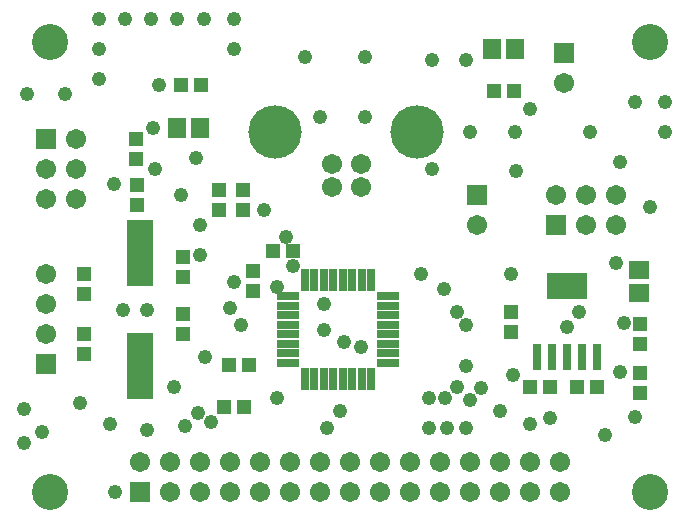
<source format=gbr>
G04 DipTrace 2.1.9.5*
%INTopMask.gbr*%
%MOIN*%
%ADD32C,0.12*%
%ADD36C,0.048*%
%ADD38R,0.0592X0.0671*%
%ADD40R,0.0671X0.0592*%
%ADD42R,0.134X0.0867*%
%ADD44R,0.0316X0.0867*%
%ADD46R,0.0671X0.0671*%
%ADD48C,0.0671*%
%ADD50C,0.178*%
%ADD52R,0.0867X0.2245*%
%ADD54R,0.0749X0.0277*%
%ADD56R,0.0277X0.0749*%
%ADD58R,0.0513X0.0474*%
%ADD60R,0.0474X0.0513*%
%FSLAX44Y44*%
%SFA1B1*%
%OFA0B0*%
G04*
G70*
G90*
G75*
G01*
%LNTopMask*%
%LPD*%
D36*
X11564Y12441D3*
X20990Y16128D3*
X22126Y7879D3*
X13002Y8566D3*
X11817Y11001D3*
X18064Y8566D3*
X18626D3*
X6440Y8379D3*
X19001Y8941D3*
X19314Y9629D3*
X8691Y7504D3*
X15814Y10254D3*
X15251Y10441D3*
X9565Y8941D3*
X19001Y11441D3*
X9940Y7628D3*
X19314Y11003D3*
X10377Y8067D3*
X15127Y8128D3*
X20440D3*
X13002Y12253D3*
X20876Y9316D3*
X19815Y8878D3*
X19440Y8503D3*
X8940Y16190D3*
X21438Y18190D3*
X23940Y7315D3*
X13558Y12948D3*
X7565Y15690D3*
X9065Y19003D3*
X8877Y17565D3*
X13940Y19940D3*
X15940D3*
X14440Y17940D3*
X15940D3*
X19440Y17440D3*
X20940D3*
X23440D3*
X24440Y16440D3*
X24940Y18440D3*
X25940D3*
Y17440D3*
X25440Y14940D3*
X24940Y7940D3*
X18065Y7565D3*
X18690D3*
X19315D3*
X14690D3*
X7440Y7690D3*
X4565Y8190D3*
Y7065D3*
X5190Y7440D3*
X10440Y14315D3*
Y13315D3*
X9815Y15315D3*
X10315Y16565D3*
X12565Y14815D3*
X11440Y11565D3*
X14565Y11690D3*
Y10815D3*
X17815Y12690D3*
X18565Y12190D3*
X18190Y19815D3*
X19315D3*
X7065Y21190D3*
X7940D3*
X8815D3*
X9690D3*
X10565D3*
X11565D3*
X7065Y20190D3*
Y19190D3*
X5940Y18690D3*
X4690D3*
X11565Y20190D3*
X18190Y16190D3*
X20815Y12690D3*
X23065Y11440D3*
X22690Y10940D3*
X24315Y13065D3*
X21440Y7690D3*
X13315Y13940D3*
X24565Y11065D3*
X24440Y9440D3*
X10814Y7754D3*
X7627Y5440D3*
X7877Y11503D3*
X8690D3*
X10627Y9941D3*
D60*
X9877Y13253D3*
Y12584D3*
Y10691D3*
Y11360D3*
D58*
X13558Y13446D3*
X12889D3*
D60*
X12224Y12111D3*
Y12780D3*
X8355Y15650D3*
Y14980D3*
X11877Y14815D3*
Y15484D3*
X11065Y14815D3*
Y15484D3*
D56*
X13940Y9190D3*
X14255D3*
X14570D3*
X14885D3*
X15200D3*
X15515D3*
X15830D3*
X16145D3*
D54*
X16696Y9741D3*
Y10056D3*
Y10371D3*
Y10686D3*
Y11001D3*
Y11316D3*
Y11631D3*
Y11946D3*
D56*
X16145Y12497D3*
X15830D3*
X15515D3*
X15200D3*
X14885D3*
X14570D3*
X14255D3*
X13940D3*
D54*
X13389Y11946D3*
Y11631D3*
Y11316D3*
Y11001D3*
Y10686D3*
Y10371D3*
Y10056D3*
Y9741D3*
D52*
X8440Y13378D3*
Y9638D3*
D50*
X17689Y17440D3*
X12949D3*
D48*
X15809Y15590D3*
X14829D3*
X15809Y16370D3*
X14829D3*
D46*
X5315Y17190D3*
D48*
X6315D3*
X5315Y16190D3*
X6315D3*
X5315Y15190D3*
X6315D3*
D60*
X8315Y17190D3*
Y16521D3*
D46*
X5315Y9690D3*
D48*
Y10690D3*
Y11690D3*
Y12690D3*
D60*
X6565Y12021D3*
Y12690D3*
Y10690D3*
Y10021D3*
D44*
X21690Y9940D3*
X22190D3*
X22690D3*
X23190D3*
X23690D3*
D42*
X22690Y12302D3*
D58*
X21440Y8940D3*
X22109D3*
D60*
X20815Y11440D3*
Y10771D3*
D58*
X23690Y8940D3*
X23021D3*
D60*
X25105Y9400D3*
Y8730D3*
Y11025D3*
Y10355D3*
D46*
X22315Y14315D3*
D48*
Y15315D3*
X23315Y14315D3*
Y15315D3*
X24315Y14315D3*
Y15315D3*
D40*
X25064Y12066D3*
Y12814D3*
D38*
X10438Y17565D3*
X9690D3*
D58*
X10485Y19003D3*
X9815D3*
X11921Y8254D3*
X11252D3*
X12087Y9668D3*
X11418D3*
D46*
X19690Y15315D3*
D48*
Y14315D3*
D38*
X20939Y20191D3*
X20191D3*
D58*
X20900Y18775D3*
X20230D3*
D46*
X22565Y20065D3*
D48*
Y19065D3*
D46*
X8440Y5440D3*
D48*
Y6440D3*
X9440Y5440D3*
Y6440D3*
X10440Y5440D3*
Y6440D3*
X11440Y5440D3*
Y6440D3*
X12440Y5440D3*
Y6440D3*
X13440Y5440D3*
Y6440D3*
X14440Y5440D3*
Y6440D3*
X15440Y5440D3*
Y6440D3*
X16440Y5440D3*
Y6440D3*
X17440Y5440D3*
Y6440D3*
X18440Y5440D3*
Y6440D3*
X19440Y5440D3*
Y6440D3*
X20440Y5440D3*
Y6440D3*
X21440Y5440D3*
Y6440D3*
X22440Y5440D3*
Y6440D3*
D32*
X5440Y20440D3*
X25440D3*
X5440Y5440D3*
X25440D3*
M02*

</source>
